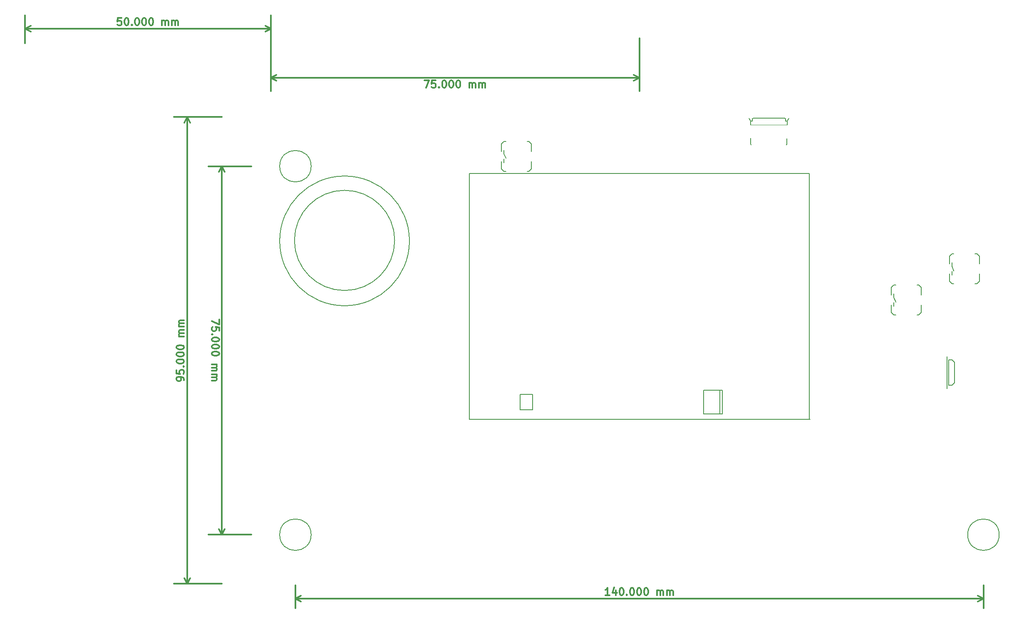
<source format=gbr>
G04 #@! TF.FileFunction,Other,Comment*
%FSLAX46Y46*%
G04 Gerber Fmt 4.6, Leading zero omitted, Abs format (unit mm)*
G04 Created by KiCad (PCBNEW 4.0.4+e1-6308~48~ubuntu16.04.1-stable) date Tue Nov 15 10:08:49 2016*
%MOMM*%
%LPD*%
G01*
G04 APERTURE LIST*
%ADD10C,0.500000*%
%ADD11C,0.300000*%
%ADD12C,0.127000*%
%ADD13C,0.203200*%
%ADD14C,0.150000*%
%ADD15C,0.200000*%
%ADD16C,0.200660*%
%ADD17C,0.099060*%
%ADD18C,0.198120*%
G04 APERTURE END LIST*
D10*
D11*
X68928573Y-2328571D02*
X68071430Y-2328571D01*
X68500002Y-2328571D02*
X68500002Y-828571D01*
X68357145Y-1042857D01*
X68214287Y-1185714D01*
X68071430Y-1257143D01*
X70214287Y-1328571D02*
X70214287Y-2328571D01*
X69857144Y-757143D02*
X69500001Y-1828571D01*
X70428573Y-1828571D01*
X71285715Y-828571D02*
X71428572Y-828571D01*
X71571429Y-900000D01*
X71642858Y-971429D01*
X71714287Y-1114286D01*
X71785715Y-1400000D01*
X71785715Y-1757143D01*
X71714287Y-2042857D01*
X71642858Y-2185714D01*
X71571429Y-2257143D01*
X71428572Y-2328571D01*
X71285715Y-2328571D01*
X71142858Y-2257143D01*
X71071429Y-2185714D01*
X71000001Y-2042857D01*
X70928572Y-1757143D01*
X70928572Y-1400000D01*
X71000001Y-1114286D01*
X71071429Y-971429D01*
X71142858Y-900000D01*
X71285715Y-828571D01*
X72428572Y-2185714D02*
X72500000Y-2257143D01*
X72428572Y-2328571D01*
X72357143Y-2257143D01*
X72428572Y-2185714D01*
X72428572Y-2328571D01*
X73428572Y-828571D02*
X73571429Y-828571D01*
X73714286Y-900000D01*
X73785715Y-971429D01*
X73857144Y-1114286D01*
X73928572Y-1400000D01*
X73928572Y-1757143D01*
X73857144Y-2042857D01*
X73785715Y-2185714D01*
X73714286Y-2257143D01*
X73571429Y-2328571D01*
X73428572Y-2328571D01*
X73285715Y-2257143D01*
X73214286Y-2185714D01*
X73142858Y-2042857D01*
X73071429Y-1757143D01*
X73071429Y-1400000D01*
X73142858Y-1114286D01*
X73214286Y-971429D01*
X73285715Y-900000D01*
X73428572Y-828571D01*
X74857143Y-828571D02*
X75000000Y-828571D01*
X75142857Y-900000D01*
X75214286Y-971429D01*
X75285715Y-1114286D01*
X75357143Y-1400000D01*
X75357143Y-1757143D01*
X75285715Y-2042857D01*
X75214286Y-2185714D01*
X75142857Y-2257143D01*
X75000000Y-2328571D01*
X74857143Y-2328571D01*
X74714286Y-2257143D01*
X74642857Y-2185714D01*
X74571429Y-2042857D01*
X74500000Y-1757143D01*
X74500000Y-1400000D01*
X74571429Y-1114286D01*
X74642857Y-971429D01*
X74714286Y-900000D01*
X74857143Y-828571D01*
X76285714Y-828571D02*
X76428571Y-828571D01*
X76571428Y-900000D01*
X76642857Y-971429D01*
X76714286Y-1114286D01*
X76785714Y-1400000D01*
X76785714Y-1757143D01*
X76714286Y-2042857D01*
X76642857Y-2185714D01*
X76571428Y-2257143D01*
X76428571Y-2328571D01*
X76285714Y-2328571D01*
X76142857Y-2257143D01*
X76071428Y-2185714D01*
X76000000Y-2042857D01*
X75928571Y-1757143D01*
X75928571Y-1400000D01*
X76000000Y-1114286D01*
X76071428Y-971429D01*
X76142857Y-900000D01*
X76285714Y-828571D01*
X78571428Y-2328571D02*
X78571428Y-1328571D01*
X78571428Y-1471429D02*
X78642856Y-1400000D01*
X78785714Y-1328571D01*
X78999999Y-1328571D01*
X79142856Y-1400000D01*
X79214285Y-1542857D01*
X79214285Y-2328571D01*
X79214285Y-1542857D02*
X79285714Y-1400000D01*
X79428571Y-1328571D01*
X79642856Y-1328571D01*
X79785714Y-1400000D01*
X79857142Y-1542857D01*
X79857142Y-2328571D01*
X80571428Y-2328571D02*
X80571428Y-1328571D01*
X80571428Y-1471429D02*
X80642856Y-1400000D01*
X80785714Y-1328571D01*
X80999999Y-1328571D01*
X81142856Y-1400000D01*
X81214285Y-1542857D01*
X81214285Y-2328571D01*
X81214285Y-1542857D02*
X81285714Y-1400000D01*
X81428571Y-1328571D01*
X81642856Y-1328571D01*
X81785714Y-1400000D01*
X81857142Y-1542857D01*
X81857142Y-2328571D01*
X5000000Y-3000000D02*
X145000000Y-3000000D01*
X5000000Y-5000000D02*
X5000000Y-300000D01*
X145000000Y-5000000D02*
X145000000Y-300000D01*
X145000000Y-3000000D02*
X143873496Y-3586421D01*
X145000000Y-3000000D02*
X143873496Y-2413579D01*
X5000000Y-3000000D02*
X6126504Y-3586421D01*
X5000000Y-3000000D02*
X6126504Y-2413579D01*
X-10528571Y53785713D02*
X-10528571Y52785713D01*
X-12028571Y53428570D01*
X-10528571Y51499999D02*
X-10528571Y52214285D01*
X-11242857Y52285714D01*
X-11171429Y52214285D01*
X-11100000Y52071428D01*
X-11100000Y51714285D01*
X-11171429Y51571428D01*
X-11242857Y51499999D01*
X-11385714Y51428571D01*
X-11742857Y51428571D01*
X-11885714Y51499999D01*
X-11957143Y51571428D01*
X-12028571Y51714285D01*
X-12028571Y52071428D01*
X-11957143Y52214285D01*
X-11885714Y52285714D01*
X-11885714Y50785714D02*
X-11957143Y50714286D01*
X-12028571Y50785714D01*
X-11957143Y50857143D01*
X-11885714Y50785714D01*
X-12028571Y50785714D01*
X-10528571Y49785714D02*
X-10528571Y49642857D01*
X-10600000Y49500000D01*
X-10671429Y49428571D01*
X-10814286Y49357142D01*
X-11100000Y49285714D01*
X-11457143Y49285714D01*
X-11742857Y49357142D01*
X-11885714Y49428571D01*
X-11957143Y49500000D01*
X-12028571Y49642857D01*
X-12028571Y49785714D01*
X-11957143Y49928571D01*
X-11885714Y50000000D01*
X-11742857Y50071428D01*
X-11457143Y50142857D01*
X-11100000Y50142857D01*
X-10814286Y50071428D01*
X-10671429Y50000000D01*
X-10600000Y49928571D01*
X-10528571Y49785714D01*
X-10528571Y48357143D02*
X-10528571Y48214286D01*
X-10600000Y48071429D01*
X-10671429Y48000000D01*
X-10814286Y47928571D01*
X-11100000Y47857143D01*
X-11457143Y47857143D01*
X-11742857Y47928571D01*
X-11885714Y48000000D01*
X-11957143Y48071429D01*
X-12028571Y48214286D01*
X-12028571Y48357143D01*
X-11957143Y48500000D01*
X-11885714Y48571429D01*
X-11742857Y48642857D01*
X-11457143Y48714286D01*
X-11100000Y48714286D01*
X-10814286Y48642857D01*
X-10671429Y48571429D01*
X-10600000Y48500000D01*
X-10528571Y48357143D01*
X-10528571Y46928572D02*
X-10528571Y46785715D01*
X-10600000Y46642858D01*
X-10671429Y46571429D01*
X-10814286Y46500000D01*
X-11100000Y46428572D01*
X-11457143Y46428572D01*
X-11742857Y46500000D01*
X-11885714Y46571429D01*
X-11957143Y46642858D01*
X-12028571Y46785715D01*
X-12028571Y46928572D01*
X-11957143Y47071429D01*
X-11885714Y47142858D01*
X-11742857Y47214286D01*
X-11457143Y47285715D01*
X-11100000Y47285715D01*
X-10814286Y47214286D01*
X-10671429Y47142858D01*
X-10600000Y47071429D01*
X-10528571Y46928572D01*
X-12028571Y44642858D02*
X-11028571Y44642858D01*
X-11171429Y44642858D02*
X-11100000Y44571430D01*
X-11028571Y44428572D01*
X-11028571Y44214287D01*
X-11100000Y44071430D01*
X-11242857Y44000001D01*
X-12028571Y44000001D01*
X-11242857Y44000001D02*
X-11100000Y43928572D01*
X-11028571Y43785715D01*
X-11028571Y43571430D01*
X-11100000Y43428572D01*
X-11242857Y43357144D01*
X-12028571Y43357144D01*
X-12028571Y42642858D02*
X-11028571Y42642858D01*
X-11171429Y42642858D02*
X-11100000Y42571430D01*
X-11028571Y42428572D01*
X-11028571Y42214287D01*
X-11100000Y42071430D01*
X-11242857Y42000001D01*
X-12028571Y42000001D01*
X-11242857Y42000001D02*
X-11100000Y41928572D01*
X-11028571Y41785715D01*
X-11028571Y41571430D01*
X-11100000Y41428572D01*
X-11242857Y41357144D01*
X-12028571Y41357144D01*
X-10000000Y85000000D02*
X-10000000Y10000000D01*
X-4000000Y85000000D02*
X-12700000Y85000000D01*
X-4000000Y10000000D02*
X-12700000Y10000000D01*
X-10000000Y10000000D02*
X-10586421Y11126504D01*
X-10000000Y10000000D02*
X-9413579Y11126504D01*
X-10000000Y85000000D02*
X-10586421Y83873496D01*
X-10000000Y85000000D02*
X-9413579Y83873496D01*
X-17671429Y41428572D02*
X-17671429Y41714287D01*
X-17742857Y41857144D01*
X-17814286Y41928572D01*
X-18028571Y42071430D01*
X-18314286Y42142858D01*
X-18885714Y42142858D01*
X-19028571Y42071430D01*
X-19100000Y42000001D01*
X-19171429Y41857144D01*
X-19171429Y41571430D01*
X-19100000Y41428572D01*
X-19028571Y41357144D01*
X-18885714Y41285715D01*
X-18528571Y41285715D01*
X-18385714Y41357144D01*
X-18314286Y41428572D01*
X-18242857Y41571430D01*
X-18242857Y41857144D01*
X-18314286Y42000001D01*
X-18385714Y42071430D01*
X-18528571Y42142858D01*
X-19171429Y43500001D02*
X-19171429Y42785715D01*
X-18457143Y42714286D01*
X-18528571Y42785715D01*
X-18600000Y42928572D01*
X-18600000Y43285715D01*
X-18528571Y43428572D01*
X-18457143Y43500001D01*
X-18314286Y43571429D01*
X-17957143Y43571429D01*
X-17814286Y43500001D01*
X-17742857Y43428572D01*
X-17671429Y43285715D01*
X-17671429Y42928572D01*
X-17742857Y42785715D01*
X-17814286Y42714286D01*
X-17814286Y44214286D02*
X-17742857Y44285714D01*
X-17671429Y44214286D01*
X-17742857Y44142857D01*
X-17814286Y44214286D01*
X-17671429Y44214286D01*
X-19171429Y45214286D02*
X-19171429Y45357143D01*
X-19100000Y45500000D01*
X-19028571Y45571429D01*
X-18885714Y45642858D01*
X-18600000Y45714286D01*
X-18242857Y45714286D01*
X-17957143Y45642858D01*
X-17814286Y45571429D01*
X-17742857Y45500000D01*
X-17671429Y45357143D01*
X-17671429Y45214286D01*
X-17742857Y45071429D01*
X-17814286Y45000000D01*
X-17957143Y44928572D01*
X-18242857Y44857143D01*
X-18600000Y44857143D01*
X-18885714Y44928572D01*
X-19028571Y45000000D01*
X-19100000Y45071429D01*
X-19171429Y45214286D01*
X-19171429Y46642857D02*
X-19171429Y46785714D01*
X-19100000Y46928571D01*
X-19028571Y47000000D01*
X-18885714Y47071429D01*
X-18600000Y47142857D01*
X-18242857Y47142857D01*
X-17957143Y47071429D01*
X-17814286Y47000000D01*
X-17742857Y46928571D01*
X-17671429Y46785714D01*
X-17671429Y46642857D01*
X-17742857Y46500000D01*
X-17814286Y46428571D01*
X-17957143Y46357143D01*
X-18242857Y46285714D01*
X-18600000Y46285714D01*
X-18885714Y46357143D01*
X-19028571Y46428571D01*
X-19100000Y46500000D01*
X-19171429Y46642857D01*
X-19171429Y48071428D02*
X-19171429Y48214285D01*
X-19100000Y48357142D01*
X-19028571Y48428571D01*
X-18885714Y48500000D01*
X-18600000Y48571428D01*
X-18242857Y48571428D01*
X-17957143Y48500000D01*
X-17814286Y48428571D01*
X-17742857Y48357142D01*
X-17671429Y48214285D01*
X-17671429Y48071428D01*
X-17742857Y47928571D01*
X-17814286Y47857142D01*
X-17957143Y47785714D01*
X-18242857Y47714285D01*
X-18600000Y47714285D01*
X-18885714Y47785714D01*
X-19028571Y47857142D01*
X-19100000Y47928571D01*
X-19171429Y48071428D01*
X-17671429Y50357142D02*
X-18671429Y50357142D01*
X-18528571Y50357142D02*
X-18600000Y50428570D01*
X-18671429Y50571428D01*
X-18671429Y50785713D01*
X-18600000Y50928570D01*
X-18457143Y50999999D01*
X-17671429Y50999999D01*
X-18457143Y50999999D02*
X-18600000Y51071428D01*
X-18671429Y51214285D01*
X-18671429Y51428570D01*
X-18600000Y51571428D01*
X-18457143Y51642856D01*
X-17671429Y51642856D01*
X-17671429Y52357142D02*
X-18671429Y52357142D01*
X-18528571Y52357142D02*
X-18600000Y52428570D01*
X-18671429Y52571428D01*
X-18671429Y52785713D01*
X-18600000Y52928570D01*
X-18457143Y52999999D01*
X-17671429Y52999999D01*
X-18457143Y52999999D02*
X-18600000Y53071428D01*
X-18671429Y53214285D01*
X-18671429Y53428570D01*
X-18600000Y53571428D01*
X-18457143Y53642856D01*
X-17671429Y53642856D01*
X-17000000Y0D02*
X-17000000Y95000000D01*
X-10000000Y0D02*
X-19700000Y0D01*
X-10000000Y95000000D02*
X-19700000Y95000000D01*
X-17000000Y95000000D02*
X-16413579Y93873496D01*
X-17000000Y95000000D02*
X-17586421Y93873496D01*
X-17000000Y0D02*
X-16413579Y1126504D01*
X-17000000Y0D02*
X-17586421Y1126504D01*
X31214287Y102471429D02*
X32214287Y102471429D01*
X31571430Y100971429D01*
X33500001Y102471429D02*
X32785715Y102471429D01*
X32714286Y101757143D01*
X32785715Y101828571D01*
X32928572Y101900000D01*
X33285715Y101900000D01*
X33428572Y101828571D01*
X33500001Y101757143D01*
X33571429Y101614286D01*
X33571429Y101257143D01*
X33500001Y101114286D01*
X33428572Y101042857D01*
X33285715Y100971429D01*
X32928572Y100971429D01*
X32785715Y101042857D01*
X32714286Y101114286D01*
X34214286Y101114286D02*
X34285714Y101042857D01*
X34214286Y100971429D01*
X34142857Y101042857D01*
X34214286Y101114286D01*
X34214286Y100971429D01*
X35214286Y102471429D02*
X35357143Y102471429D01*
X35500000Y102400000D01*
X35571429Y102328571D01*
X35642858Y102185714D01*
X35714286Y101900000D01*
X35714286Y101542857D01*
X35642858Y101257143D01*
X35571429Y101114286D01*
X35500000Y101042857D01*
X35357143Y100971429D01*
X35214286Y100971429D01*
X35071429Y101042857D01*
X35000000Y101114286D01*
X34928572Y101257143D01*
X34857143Y101542857D01*
X34857143Y101900000D01*
X34928572Y102185714D01*
X35000000Y102328571D01*
X35071429Y102400000D01*
X35214286Y102471429D01*
X36642857Y102471429D02*
X36785714Y102471429D01*
X36928571Y102400000D01*
X37000000Y102328571D01*
X37071429Y102185714D01*
X37142857Y101900000D01*
X37142857Y101542857D01*
X37071429Y101257143D01*
X37000000Y101114286D01*
X36928571Y101042857D01*
X36785714Y100971429D01*
X36642857Y100971429D01*
X36500000Y101042857D01*
X36428571Y101114286D01*
X36357143Y101257143D01*
X36285714Y101542857D01*
X36285714Y101900000D01*
X36357143Y102185714D01*
X36428571Y102328571D01*
X36500000Y102400000D01*
X36642857Y102471429D01*
X38071428Y102471429D02*
X38214285Y102471429D01*
X38357142Y102400000D01*
X38428571Y102328571D01*
X38500000Y102185714D01*
X38571428Y101900000D01*
X38571428Y101542857D01*
X38500000Y101257143D01*
X38428571Y101114286D01*
X38357142Y101042857D01*
X38214285Y100971429D01*
X38071428Y100971429D01*
X37928571Y101042857D01*
X37857142Y101114286D01*
X37785714Y101257143D01*
X37714285Y101542857D01*
X37714285Y101900000D01*
X37785714Y102185714D01*
X37857142Y102328571D01*
X37928571Y102400000D01*
X38071428Y102471429D01*
X40357142Y100971429D02*
X40357142Y101971429D01*
X40357142Y101828571D02*
X40428570Y101900000D01*
X40571428Y101971429D01*
X40785713Y101971429D01*
X40928570Y101900000D01*
X40999999Y101757143D01*
X40999999Y100971429D01*
X40999999Y101757143D02*
X41071428Y101900000D01*
X41214285Y101971429D01*
X41428570Y101971429D01*
X41571428Y101900000D01*
X41642856Y101757143D01*
X41642856Y100971429D01*
X42357142Y100971429D02*
X42357142Y101971429D01*
X42357142Y101828571D02*
X42428570Y101900000D01*
X42571428Y101971429D01*
X42785713Y101971429D01*
X42928570Y101900000D01*
X42999999Y101757143D01*
X42999999Y100971429D01*
X42999999Y101757143D02*
X43071428Y101900000D01*
X43214285Y101971429D01*
X43428570Y101971429D01*
X43571428Y101900000D01*
X43642856Y101757143D01*
X43642856Y100971429D01*
X0Y103000000D02*
X75000000Y103000000D01*
X0Y111000000D02*
X0Y100300000D01*
X75000000Y111000000D02*
X75000000Y100300000D01*
X75000000Y103000000D02*
X73873496Y102413579D01*
X75000000Y103000000D02*
X73873496Y103586421D01*
X0Y103000000D02*
X1126504Y102413579D01*
X0Y103000000D02*
X1126504Y103586421D01*
X-30428570Y115171428D02*
X-31142856Y115171428D01*
X-31214285Y114457142D01*
X-31142856Y114528570D01*
X-30999999Y114599999D01*
X-30642856Y114599999D01*
X-30499999Y114528570D01*
X-30428570Y114457142D01*
X-30357142Y114314285D01*
X-30357142Y113957142D01*
X-30428570Y113814285D01*
X-30499999Y113742856D01*
X-30642856Y113671428D01*
X-30999999Y113671428D01*
X-31142856Y113742856D01*
X-31214285Y113814285D01*
X-29428571Y115171428D02*
X-29285714Y115171428D01*
X-29142857Y115099999D01*
X-29071428Y115028570D01*
X-28999999Y114885713D01*
X-28928571Y114599999D01*
X-28928571Y114242856D01*
X-28999999Y113957142D01*
X-29071428Y113814285D01*
X-29142857Y113742856D01*
X-29285714Y113671428D01*
X-29428571Y113671428D01*
X-29571428Y113742856D01*
X-29642857Y113814285D01*
X-29714285Y113957142D01*
X-29785714Y114242856D01*
X-29785714Y114599999D01*
X-29714285Y114885713D01*
X-29642857Y115028570D01*
X-29571428Y115099999D01*
X-29428571Y115171428D01*
X-28285714Y113814285D02*
X-28214286Y113742856D01*
X-28285714Y113671428D01*
X-28357143Y113742856D01*
X-28285714Y113814285D01*
X-28285714Y113671428D01*
X-27285714Y115171428D02*
X-27142857Y115171428D01*
X-27000000Y115099999D01*
X-26928571Y115028570D01*
X-26857142Y114885713D01*
X-26785714Y114599999D01*
X-26785714Y114242856D01*
X-26857142Y113957142D01*
X-26928571Y113814285D01*
X-27000000Y113742856D01*
X-27142857Y113671428D01*
X-27285714Y113671428D01*
X-27428571Y113742856D01*
X-27500000Y113814285D01*
X-27571428Y113957142D01*
X-27642857Y114242856D01*
X-27642857Y114599999D01*
X-27571428Y114885713D01*
X-27500000Y115028570D01*
X-27428571Y115099999D01*
X-27285714Y115171428D01*
X-25857143Y115171428D02*
X-25714286Y115171428D01*
X-25571429Y115099999D01*
X-25500000Y115028570D01*
X-25428571Y114885713D01*
X-25357143Y114599999D01*
X-25357143Y114242856D01*
X-25428571Y113957142D01*
X-25500000Y113814285D01*
X-25571429Y113742856D01*
X-25714286Y113671428D01*
X-25857143Y113671428D01*
X-26000000Y113742856D01*
X-26071429Y113814285D01*
X-26142857Y113957142D01*
X-26214286Y114242856D01*
X-26214286Y114599999D01*
X-26142857Y114885713D01*
X-26071429Y115028570D01*
X-26000000Y115099999D01*
X-25857143Y115171428D01*
X-24428572Y115171428D02*
X-24285715Y115171428D01*
X-24142858Y115099999D01*
X-24071429Y115028570D01*
X-24000000Y114885713D01*
X-23928572Y114599999D01*
X-23928572Y114242856D01*
X-24000000Y113957142D01*
X-24071429Y113814285D01*
X-24142858Y113742856D01*
X-24285715Y113671428D01*
X-24428572Y113671428D01*
X-24571429Y113742856D01*
X-24642858Y113814285D01*
X-24714286Y113957142D01*
X-24785715Y114242856D01*
X-24785715Y114599999D01*
X-24714286Y114885713D01*
X-24642858Y115028570D01*
X-24571429Y115099999D01*
X-24428572Y115171428D01*
X-22142858Y113671428D02*
X-22142858Y114671428D01*
X-22142858Y114528570D02*
X-22071430Y114599999D01*
X-21928572Y114671428D01*
X-21714287Y114671428D01*
X-21571430Y114599999D01*
X-21500001Y114457142D01*
X-21500001Y113671428D01*
X-21500001Y114457142D02*
X-21428572Y114599999D01*
X-21285715Y114671428D01*
X-21071430Y114671428D01*
X-20928572Y114599999D01*
X-20857144Y114457142D01*
X-20857144Y113671428D01*
X-20142858Y113671428D02*
X-20142858Y114671428D01*
X-20142858Y114528570D02*
X-20071430Y114599999D01*
X-19928572Y114671428D01*
X-19714287Y114671428D01*
X-19571430Y114599999D01*
X-19500001Y114457142D01*
X-19500001Y113671428D01*
X-19500001Y114457142D02*
X-19428572Y114599999D01*
X-19285715Y114671428D01*
X-19071430Y114671428D01*
X-18928572Y114599999D01*
X-18857144Y114457142D01*
X-18857144Y113671428D01*
X0Y112999999D02*
X-50000000Y112999999D01*
X0Y110000000D02*
X0Y115699999D01*
X-50000000Y110000000D02*
X-50000000Y115699999D01*
X-50000000Y112999999D02*
X-48873496Y113586420D01*
X-50000000Y112999999D02*
X-48873496Y112413578D01*
X0Y112999999D02*
X-1126504Y113586420D01*
X0Y112999999D02*
X-1126504Y112413578D01*
D12*
X50702060Y35402340D02*
X50702060Y38597660D01*
X50702060Y38597660D02*
X53297940Y38597660D01*
X53297940Y38597660D02*
X53297940Y35402340D01*
X53297940Y35402340D02*
X50702060Y35402340D01*
D13*
X53048000Y88016000D02*
X53048000Y89540000D01*
X53048000Y89540000D02*
X52540000Y90048000D01*
X52540000Y83952000D02*
X53048000Y84460000D01*
X53048000Y84460000D02*
X53048000Y85984000D01*
X47460000Y90048000D02*
X46952000Y89540000D01*
X46952000Y89540000D02*
X46952000Y88016000D01*
X47460000Y83952000D02*
X46952000Y84460000D01*
X46952000Y84460000D02*
X46952000Y85984000D01*
X52540000Y83952000D02*
X52159000Y83952000D01*
X47460000Y83952000D02*
X47841000Y83952000D01*
X47460000Y90048000D02*
X47841000Y90048000D01*
X52540000Y90048000D02*
X52159000Y90048000D01*
X47460000Y88270000D02*
X47460000Y87508000D01*
X47460000Y86492000D02*
X47460000Y85730000D01*
X47460000Y87508000D02*
X47841000Y86619000D01*
X88100080Y39397760D02*
X91399540Y39397760D01*
X91399540Y39397760D02*
X91899920Y39397760D01*
X91899920Y39397760D02*
X91899920Y34602240D01*
X91899920Y34602240D02*
X91399540Y34602240D01*
X91399540Y34602240D02*
X88100080Y34602240D01*
X88100080Y34602240D02*
X88100080Y39397760D01*
X91399540Y39397760D02*
X91399540Y34602240D01*
X144158000Y65128400D02*
X144158000Y66652400D01*
X144158000Y66652400D02*
X143650000Y67160400D01*
X143650000Y61064400D02*
X144158000Y61572400D01*
X144158000Y61572400D02*
X144158000Y63096400D01*
X138570000Y67160400D02*
X138062000Y66652400D01*
X138062000Y66652400D02*
X138062000Y65128400D01*
X138570000Y61064400D02*
X138062000Y61572400D01*
X138062000Y61572400D02*
X138062000Y63096400D01*
X143650000Y61064400D02*
X143269000Y61064400D01*
X138570000Y61064400D02*
X138951000Y61064400D01*
X138570000Y67160400D02*
X138951000Y67160400D01*
X143650000Y67160400D02*
X143269000Y67160400D01*
X138570000Y65382400D02*
X138570000Y64620400D01*
X138570000Y63604400D02*
X138570000Y62842400D01*
X138570000Y64620400D02*
X138951000Y63731400D01*
X132367000Y58758100D02*
X132367000Y60282100D01*
X132367000Y60282100D02*
X131859000Y60790100D01*
X131859000Y54694100D02*
X132367000Y55202100D01*
X132367000Y55202100D02*
X132367000Y56726100D01*
X126779000Y60790100D02*
X126271000Y60282100D01*
X126271000Y60282100D02*
X126271000Y58758100D01*
X126779000Y54694100D02*
X126271000Y55202100D01*
X126271000Y55202100D02*
X126271000Y56726100D01*
X131859000Y54694100D02*
X131478000Y54694100D01*
X126779000Y54694100D02*
X127160000Y54694100D01*
X126779000Y60790100D02*
X127160000Y60790100D01*
X131859000Y60790100D02*
X131478000Y60790100D01*
X126779000Y59012100D02*
X126779000Y58250100D01*
X126779000Y57234100D02*
X126779000Y56472100D01*
X126779000Y58250100D02*
X127160000Y57361100D01*
D14*
X25200000Y69900000D02*
G75*
G03X25200000Y69900000I-10200000J0D01*
G01*
X28200379Y69800000D02*
G75*
G03X28200379Y69800000I-13200379J0D01*
G01*
D15*
X105033000Y89554000D02*
X105033000Y90633500D01*
D16*
X97649220Y89500660D02*
X97649220Y90699540D01*
X105050780Y94199660D02*
X104850120Y94199660D01*
X104850120Y94199660D02*
X104751060Y94199660D01*
X104751060Y94199660D02*
X104751060Y94499380D01*
X104751060Y94499380D02*
X104751060Y94600980D01*
X104751060Y94600980D02*
X104550400Y94801640D01*
X104550400Y94801640D02*
X98149600Y94801640D01*
X97649220Y94199660D02*
X97948940Y94199660D01*
X97948940Y94199660D02*
X97948940Y94600980D01*
X97948940Y94600980D02*
X98149600Y94801640D01*
X105050780Y93399560D02*
X105050780Y94199660D01*
X105050780Y94199660D02*
X105449560Y94801640D01*
X97250440Y94801640D02*
X97649220Y94199660D01*
X97649220Y94199660D02*
X97649220Y93399560D01*
X104949180Y89399060D02*
X105050780Y89498120D01*
D17*
X105050780Y93399560D02*
X97649220Y93399560D01*
D16*
X97649220Y89500660D02*
X97750820Y89401600D01*
D14*
X40400000Y33500000D02*
X40400000Y83500000D01*
X109700000Y33500000D02*
X40400000Y33500000D01*
X109600000Y83500000D02*
X109600000Y33500000D01*
X40400000Y83500000D02*
X109600000Y83500000D01*
D13*
X137620000Y46276600D02*
X137620000Y39723400D01*
X137937000Y45565400D02*
X138648200Y45565400D01*
X138648200Y45565400D02*
X139105400Y45108200D01*
X139105400Y45108200D02*
X139105400Y40891800D01*
X139105400Y40891800D02*
X138648200Y40434600D01*
X138648200Y40434600D02*
X137937000Y40434600D01*
X137937000Y40434600D02*
X137937000Y45565400D01*
D18*
X137937000Y45565400D02*
X138648200Y45565400D01*
X138648200Y45565400D02*
X139105400Y45108200D01*
X139105400Y45108200D02*
X139105400Y40891800D01*
X139105400Y40891800D02*
X138648200Y40434600D01*
X138648200Y40434600D02*
X137937000Y40434600D01*
X137937000Y40434600D02*
X137937000Y45565400D01*
D14*
X8200000Y85000000D02*
G75*
G03X8200000Y85000000I-3200000J0D01*
G01*
X8200000Y10000000D02*
G75*
G03X8200000Y10000000I-3200000J0D01*
G01*
X148200000Y10000000D02*
G75*
G03X148200000Y10000000I-3200000J0D01*
G01*
M02*

</source>
